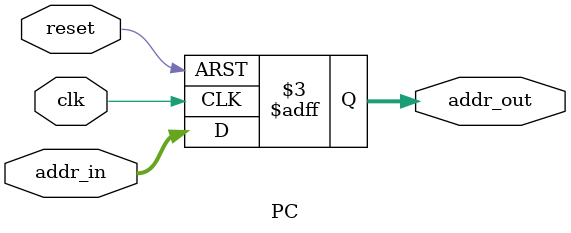
<source format=v>
module PC(clk, reset, addr_in, addr_out);
input clk, reset;
input [31:0] addr_in;
output [31:0] addr_out;

reg [31:0] addr_out;

always @(posedge clk or negedge reset) begin
	if(!reset)
		addr_out <= 32'b0;
	else
		addr_out <= addr_in;
end

endmodule

</source>
